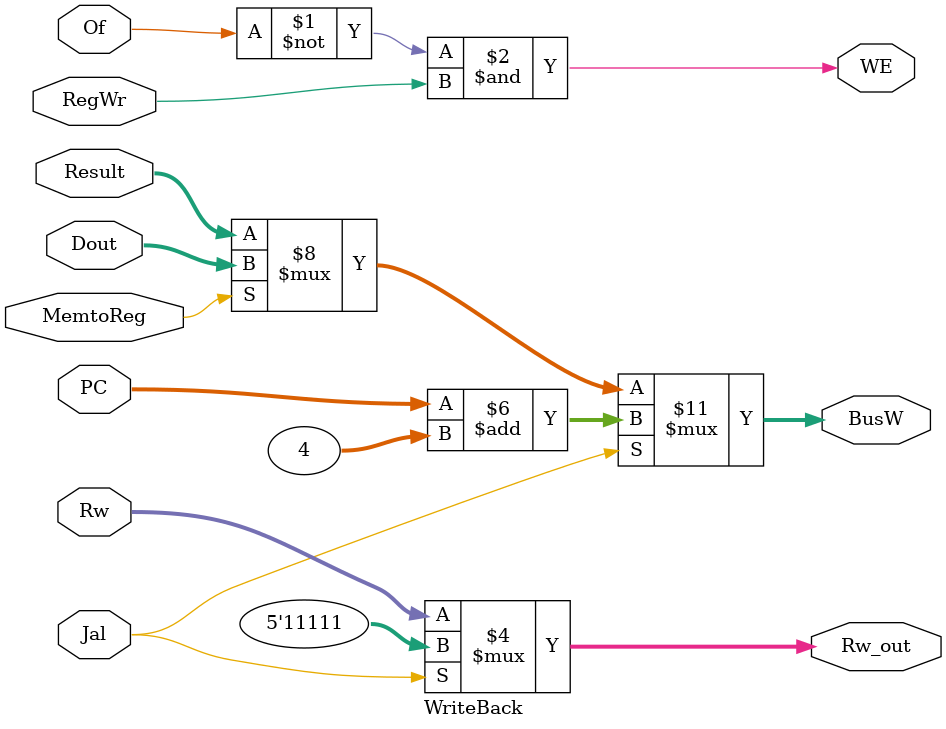
<source format=v>
module WriteBack(
	input MemtoReg,								//选通信号，
	input Of,
	input Jal,
	input RegWr,
	input [31:0] Dout,							//存储器中读取的数据
	input [31:0] Result,						//ALU运算结果
	input [4:0] Rw,
	input [31:0] PC,
	
	output WE,
	output reg [31:0] BusW,						//最终输入寄存器的数据
	output [4:0] Rw_out
);

assign WE= (~Of)&RegWr; 
assign Rw_out= (Jal==1) ? 5'd31:Rw;

always@(*) begin
	if(Jal)
		BusW<=PC+4;
	else if(MemtoReg)
		BusW<=Dout;
	else
		BusW<=Result;
end

endmodule

</source>
